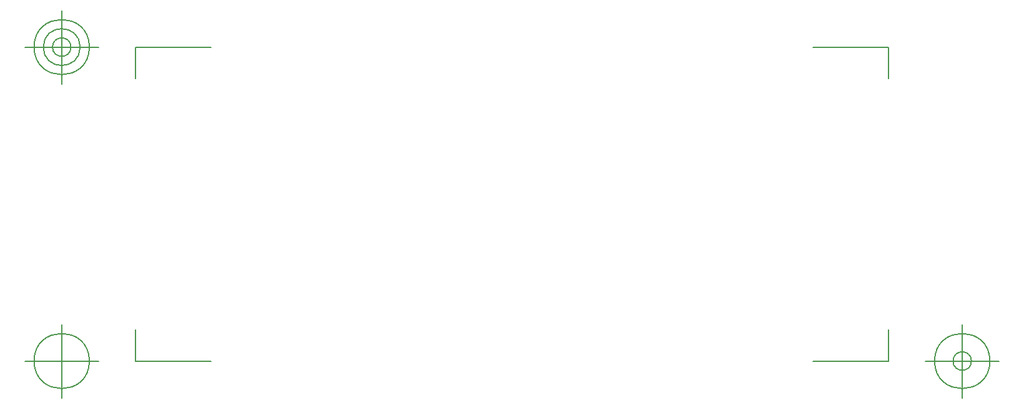
<source format=gbr>
G04 Generated by Ultiboard 14.0 *
%FSLAX34Y34*%
%MOMM*%

%ADD10C,0.0001*%
%ADD11C,0.1270*%


G04 ColorRGB 00FF00 for the following layer *
%LN3D-Info Bottom*%
%LPD*%
G54D10*
G54D11*
X-2540Y599440D02*
X-2540Y642113D01*
X-2540Y599440D02*
X99568Y599440D01*
X1018543Y599440D02*
X916435Y599440D01*
X1018543Y599440D02*
X1018543Y642113D01*
X1018543Y1026168D02*
X1018543Y983495D01*
X1018543Y1026168D02*
X916435Y1026168D01*
X-2540Y1026168D02*
X99568Y1026168D01*
X-2540Y1026168D02*
X-2540Y983495D01*
X-52540Y599440D02*
X-152540Y599440D01*
X-102540Y549440D02*
X-102540Y649440D01*
X-140040Y599440D02*
G75*
D01*
G02X-140040Y599440I37500J0*
G01*
X1068543Y599440D02*
X1168543Y599440D01*
X1118543Y549440D02*
X1118543Y649440D01*
X1081043Y599440D02*
G75*
D01*
G02X1081043Y599440I37500J0*
G01*
X1106043Y599440D02*
G75*
D01*
G02X1106043Y599440I12500J0*
G01*
X-52540Y1026168D02*
X-152540Y1026168D01*
X-102540Y976168D02*
X-102540Y1076168D01*
X-140040Y1026168D02*
G75*
D01*
G02X-140040Y1026168I37500J0*
G01*
X-127540Y1026168D02*
G75*
D01*
G02X-127540Y1026168I25000J0*
G01*
X-115040Y1026168D02*
G75*
D01*
G02X-115040Y1026168I12500J0*
G01*

M02*

</source>
